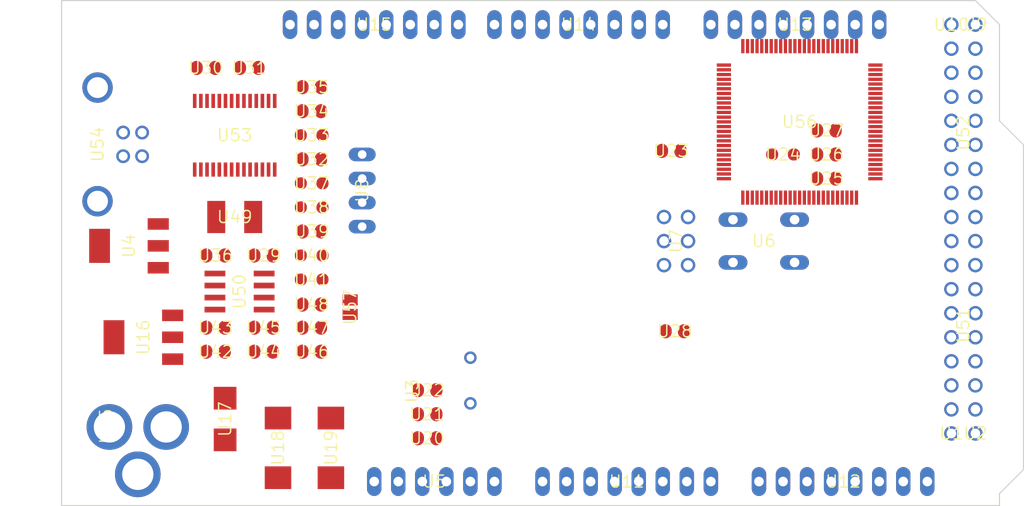
<source format=kicad_pcb>
(kicad_pcb (version 20221018) (generator pcbnew)
  (layers (0 "F.Cu" signal "Top") (31 "B.Cu" signal "Bottom") (34 "B.Paste" user) (35 "F.Paste" user) (36 "B.SilkS" user "B.Silkscreen") (37 "F.SilkS" user "F.Silkscreen") (38 "B.Mask" user) (39 "F.Mask" user) (44 "Edge.Cuts" user))
  (net 0 "")
  (net 1 "+5V")
  (net 2 "GND")
  (net 3 "N$6")
  (net 4 "N$7")
  (net 5 "AREF")
  (net 6 "RESET")
  (net 7 "VIN")
  (net 8 "N$3")
  (net 9 "PWRIN")
  (net 10 "M8RXD")
  (net 11 "M8TXD")
  (net 12 "ADC0")
  (net 13 "ADC2")
  (net 14 "ADC1")
  (net 15 "ADC3")
  (net 16 "ADC4")
  (net 17 "ADC5")
  (net 18 "ADC6")
  (net 19 "ADC7")
  (net 20 "+3V3")
  (net 21 "SDA")
  (net 22 "SCL")
  (net 23 "ADC9")
  (net 24 "ADC8")
  (net 25 "ADC10")
  (net 26 "ADC11")
  (net 27 "ADC12")
  (net 28 "ADC13")
  (net 29 "ADC14")
  (net 30 "ADC15")
  (net 31 "PB3")
  (net 32 "PB2")
  (net 33 "PB1")
  (net 34 "PB5")
  (net 35 "PB4")
  (net 36 "PE5")
  (net 37 "PE4")
  (net 38 "PE3")
  (net 39 "PE1")
  (net 40 "PE0")
  (net 41 "N$15")
  (net 42 "N$53")
  (net 43 "N$54")
  (net 44 "N$55")
  (net 45 "D-")
  (net 46 "D+")
  (net 47 "N$60")
  (net 48 "DTR")
  (net 49 "USBVCC")
  (net 50 "N$2")
  (net 51 "N$4")
  (net 52 "GATE_CMD")
  (net 53 "CMP")
  (net 54 "PB6")
  (net 55 "PH3")
  (net 56 "PH4")
  (net 57 "PH5")
  (net 58 "PH6")
  (net 59 "PG5")
  (net 60 "RXD1")
  (net 61 "TXD1")
  (net 62 "RXD2")
  (net 63 "RXD3")
  (net 64 "TXD2")
  (net 65 "TXD3")
  (net 66 "PC0")
  (net 67 "PC1")
  (net 68 "PC2")
  (net 69 "PC3")
  (net 70 "PC4")
  (net 71 "PC5")
  (net 72 "PC6")
  (net 73 "PC7")
  (net 74 "PB0")
  (net 75 "PG0")
  (net 76 "PG1")
  (net 77 "PG2")
  (net 78 "PD7")
  (net 79 "PA0")
  (net 80 "PA1")
  (net 81 "PA2")
  (net 82 "PA3")
  (net 83 "PA4")
  (net 84 "PA5")
  (net 85 "PA6")
  (net 86 "PA7")
  (net 87 "PL0")
  (net 88 "PL1")
  (net 89 "PL2")
  (net 90 "PL3")
  (net 91 "PL4")
  (net 92 "PL5")
  (net 93 "PL6")
  (net 94 "PL7")
  (net 95 "PB7")
  (net 96 "CTS")
  (net 97 "DSR")
  (net 98 "DCD")
  (net 99 "RI")
  (footprint "Arduino_MEGA_Reference_Design:2X03" (layer "F.Cu") (at 162.5981 103.7336 -90)
    (fp_text reference "U7")
    (fp_text value "")
  )
  (footprint "Arduino_MEGA_Reference_Design:1X08" (layer "F.Cu") (at 152.3111 80.8736 180)
    (fp_text reference "U14")
    (fp_text value "")
  )
  (footprint "Arduino_MEGA_Reference_Design:1X08" (layer "F.Cu") (at 130.7211 80.8736 180)
    (fp_text reference "U15")
    (fp_text value "")
  )
  (footprint "Arduino_MEGA_Reference_Design:SMC_D" (layer "F.Cu") (at 120.5611 125.5776 -90)
    (fp_text reference "U18")
    (fp_text value "")
  )
  (footprint "Arduino_MEGA_Reference_Design:SMC_D" (layer "F.Cu") (at 126.1491 125.5776 -90)
    (fp_text reference "U19")
    (fp_text value "")
  )
  (footprint "Arduino_MEGA_Reference_Design:B3F-10XX" (layer "F.Cu") (at 171.8691 103.7336 180)
    (fp_text reference "U6")
    (fp_text value "")
  )
  (footprint "Arduino_MEGA_Reference_Design:0805RND" (layer "F.Cu") (at 173.9011 94.5896 180)
    (fp_text reference "U24")
    (fp_text value "")
  )
  (footprint "Arduino_MEGA_Reference_Design:SMB" (layer "F.Cu") (at 114.9731 122.5296 -90)
    (fp_text reference "U17")
    (fp_text value "")
  )
  (footprint "Arduino_MEGA_Reference_Design:DC-21MM" (layer "F.Cu") (at 103.0351 123.2916 90)
    (fp_text reference "U55")
    (fp_text value "")
  )
  (footprint "Arduino_MEGA_Reference_Design:HC49_S" (layer "F.Cu") (at 140.8811 118.4656 90)
    (fp_text reference "U3")
    (fp_text value "")
  )
  (footprint "Arduino_MEGA_Reference_Design:SOT223" (layer "F.Cu") (at 106.3371 113.8936 90)
    (fp_text reference "U16")
    (fp_text value "")
  )
  (footprint "Arduino_MEGA_Reference_Design:1X06" (layer "F.Cu") (at 137.0711 129.1336)
    (fp_text reference "U5")
    (fp_text value "")
  )
  (footprint "Arduino_MEGA_Reference_Design:C0805RND" (layer "F.Cu") (at 124.1171 87.4776)
    (fp_text reference "U35")
    (fp_text value "")
  )
  (footprint "Arduino_MEGA_Reference_Design:C0805RND" (layer "F.Cu") (at 162.4711 113.2586)
    (fp_text reference "U28")
    (fp_text value "")
  )
  (footprint "Arduino_MEGA_Reference_Design:C0805RND" (layer "F.Cu") (at 136.3091 122.0216)
    (fp_text reference "U21")
    (fp_text value "")
  )
  (footprint "Arduino_MEGA_Reference_Design:C0805RND" (layer "F.Cu") (at 136.3091 119.4816)
    (fp_text reference "U22")
    (fp_text value "")
  )
  (footprint "Arduino_MEGA_Reference_Design:C0805RND" (layer "F.Cu") (at 113.9571 112.8776)
    (fp_text reference "U43")
    (fp_text value "")
  )
  (footprint "Arduino_MEGA_Reference_Design:RCL_0805RND" (layer "F.Cu") (at 124.1171 105.2576)
    (fp_text reference "U40")
    (fp_text value "")
  )
  (footprint "Arduino_MEGA_Reference_Design:RCL_0805RND" (layer "F.Cu") (at 124.1171 107.7976)
    (fp_text reference "U41")
    (fp_text value "")
  )
  (footprint "Arduino_MEGA_Reference_Design:1X08" (layer "F.Cu") (at 157.3911 129.1336)
    (fp_text reference "U11")
    (fp_text value "")
  )
  (footprint "Arduino_MEGA_Reference_Design:1X08" (layer "F.Cu") (at 175.1711 80.8736 180)
    (fp_text reference "U13")
    (fp_text value "")
  )
  (footprint "Arduino_MEGA_Reference_Design:R0805RND" (layer "F.Cu") (at 178.4731 94.5896 180)
    (fp_text reference "U26")
    (fp_text value "")
  )
  (footprint "Arduino_MEGA_Reference_Design:R0805RND" (layer "F.Cu") (at 178.4731 92.0496 180)
    (fp_text reference "U27")
    (fp_text value "")
  )
  (footprint "Arduino_MEGA_Reference_Design:TQFP100" (layer "F.Cu") (at 175.65435791015625 91.14759826660156 0)
    (fp_text reference "U56")
    (fp_text value "")
  )
  (footprint "Arduino_MEGA_Reference_Design:C0805RND" (layer "F.Cu") (at 162.0901 94.2086 180)
    (fp_text reference "U23")
    (fp_text value "")
  )
  (footprint "Arduino_MEGA_Reference_Design:C0805RND" (layer "F.Cu") (at 136.3091 124.5616)
    (fp_text reference "U20")
    (fp_text value "")
  )
  (footprint "Arduino_MEGA_Reference_Design:1X08" (layer "F.Cu") (at 180.2511 129.1336)
    (fp_text reference "U12")
    (fp_text value "")
  )
  (footprint "Arduino_MEGA_Reference_Design:R0805RND" (layer "F.Cu") (at 124.1171 112.8776)
    (fp_text reference "U47")
    (fp_text value "")
  )
  (footprint "Arduino_MEGA_Reference_Design:C0805RND" (layer "F.Cu") (at 124.1171 115.4176)
    (fp_text reference "U46")
    (fp_text value "")
  )
  (footprint "Arduino_MEGA_Reference_Design:C0805RND" (layer "F.Cu") (at 113.9571 105.2576)
    (fp_text reference "U36")
    (fp_text value "")
  )
  (footprint "Arduino_MEGA_Reference_Design:C0805RND" (layer "F.Cu") (at 112.9411 85.4456)
    (fp_text reference "U30")
    (fp_text value "")
  )
  (footprint "Arduino_MEGA_Reference_Design:0805RND" (layer "F.Cu") (at 124.1171 100.1776 180)
    (fp_text reference "U38")
    (fp_text value "")
  )
  (footprint "Arduino_MEGA_Reference_Design:0805RND" (layer "F.Cu") (at 124.1171 97.6376 180)
    (fp_text reference "U37")
    (fp_text value "")
  )
  (footprint "Arduino_MEGA_Reference_Design:R0805RND" (layer "F.Cu") (at 124.1171 95.0976)
    (fp_text reference "U32")
    (fp_text value "")
  )
  (footprint "Arduino_MEGA_Reference_Design:R0805RND" (layer "F.Cu") (at 124.1171 102.7176)
    (fp_text reference "U39")
    (fp_text value "")
  )
  (footprint "Arduino_MEGA_Reference_Design:SSOP28" (layer "F.Cu") (at 115.9891 92.5576)
    (fp_text reference "U53")
    (fp_text value "")
  )
  (footprint "Arduino_MEGA_Reference_Design:PN61729" (layer "F.Cu") (at 98.9584 93.5228 -90)
    (fp_text reference "U54")
    (fp_text value "")
  )
  (footprint "Arduino_MEGA_Reference_Design:L1812" (layer "F.Cu") (at 115.9891 101.1936)
    (fp_text reference "U49")
    (fp_text value "")
  )
  (footprint "Arduino_MEGA_Reference_Design:C0805RND" (layer "F.Cu") (at 117.5131 85.4456)
    (fp_text reference "U31")
    (fp_text value "")
  )
  (footprint "Arduino_MEGA_Reference_Design:0805RND" (layer "F.Cu") (at 124.1171 92.5576 180)
    (fp_text reference "U33")
    (fp_text value "")
  )
  (footprint "Arduino_MEGA_Reference_Design:R0805RND" (layer "F.Cu") (at 124.1171 90.0176 180)
    (fp_text reference "U34")
    (fp_text value "")
  )
  (footprint "Arduino_MEGA_Reference_Design:C0805RND" (layer "F.Cu") (at 124.1171 110.4392 180)
    (fp_text reference "U48")
    (fp_text value "")
  )
  (footprint "Arduino_MEGA_Reference_Design:SOT223" (layer "F.Cu") (at 104.8131 104.2416 90)
    (fp_text reference "U4")
    (fp_text value "")
  )
  (footprint "Arduino_MEGA_Reference_Design:SO08" (layer "F.Cu") (at 116.4971 109.0676 -90)
    (fp_text reference "U50")
    (fp_text value "")
  )
  (footprint "Arduino_MEGA_Reference_Design:R0805RND" (layer "F.Cu") (at 113.9571 115.4176 180)
    (fp_text reference "U42")
    (fp_text value "")
  )
  (footprint "Arduino_MEGA_Reference_Design:R0805RND" (layer "F.Cu") (at 119.0371 112.8776 180)
    (fp_text reference "U45")
    (fp_text value "")
  )
  (footprint "Arduino_MEGA_Reference_Design:C0805RND" (layer "F.Cu") (at 119.0371 115.4176 180)
    (fp_text reference "U44")
    (fp_text value "")
  )
  (footprint "Arduino_MEGA_Reference_Design:C0805RND" (layer "F.Cu") (at 119.0371 105.2576)
    (fp_text reference "U29")
    (fp_text value "")
  )
  (footprint "Arduino_MEGA_Reference_Design:2X08" (layer "F.Cu") (at 192.9511 92.3036 90)
    (fp_text reference "U52")
    (fp_text value "")
  )
  (footprint "Arduino_MEGA_Reference_Design:2X08" (layer "F.Cu") (at 192.9511 112.6236 90)
    (fp_text reference "U51")
    (fp_text value "")
  )
  (footprint "Arduino_MEGA_Reference_Design:R0805RND" (layer "F.Cu") (at 178.4731 97.1296 180)
    (fp_text reference "U25")
    (fp_text value "")
  )
  (footprint "Arduino_MEGA_Reference_Design:1X01" (layer "F.Cu") (at 191.6811 80.8736)
    (fp_text reference "U10")
    (fp_text value "")
  )
  (footprint "Arduino_MEGA_Reference_Design:1X01" (layer "F.Cu") (at 194.2211 80.8736)
    (fp_text reference "U9")
    (fp_text value "")
  )
  (footprint "Arduino_MEGA_Reference_Design:1X01" (layer "F.Cu") (at 191.6811 124.0536)
    (fp_text reference "U1")
    (fp_text value "")
  )
  (footprint "Arduino_MEGA_Reference_Design:1X01" (layer "F.Cu") (at 194.2211 124.0536)
    (fp_text reference "U2")
    (fp_text value "")
  )
  (footprint "Arduino_MEGA_Reference_Design:SJ" (layer "F.Cu") (at 128.1811 110.7186 -90)
    (fp_text reference "U57")
    (fp_text value "")
  )
  (footprint "Arduino_MEGA_Reference_Design:JP4" (layer "F.Cu") (at 129.4511 98.3996 -90)
    (fp_text reference "U8")
    (fp_text value "")
  )
  (gr_line (start 196.7611 80.8736) (end 196.7611 91.0336) (layer "Edge.Cuts") (width 0.12))
  (gr_line (start 196.7611 130.4036) (end 196.7611 131.6736) (layer "Edge.Cuts") (width 0.12))
  (gr_line (start 194.2211 78.3336) (end 196.7611 80.8736) (layer "Edge.Cuts") (width 0.12))
  (gr_line (start 97.7011 78.3336) (end 194.2211 78.3336) (layer "Edge.Cuts") (width 0.12))
  (gr_line (start 196.7611 91.0336) (end 199.3011 93.5736) (layer "Edge.Cuts") (width 0.12))
  (gr_line (start 97.7011 131.6736) (end 97.7011 78.3336) (layer "Edge.Cuts") (width 0.12))
  (gr_line (start 196.7611 131.6736) (end 97.7011 131.6736) (layer "Edge.Cuts") (width 0.12))
  (gr_line (start 199.3011 93.5736) (end 199.3011 127.8636) (layer "Edge.Cuts") (width 0.12))
  (gr_line (start 199.3011 127.8636) (end 196.7611 130.4036) (layer "Edge.Cuts") (width 0.12))
)
</source>
